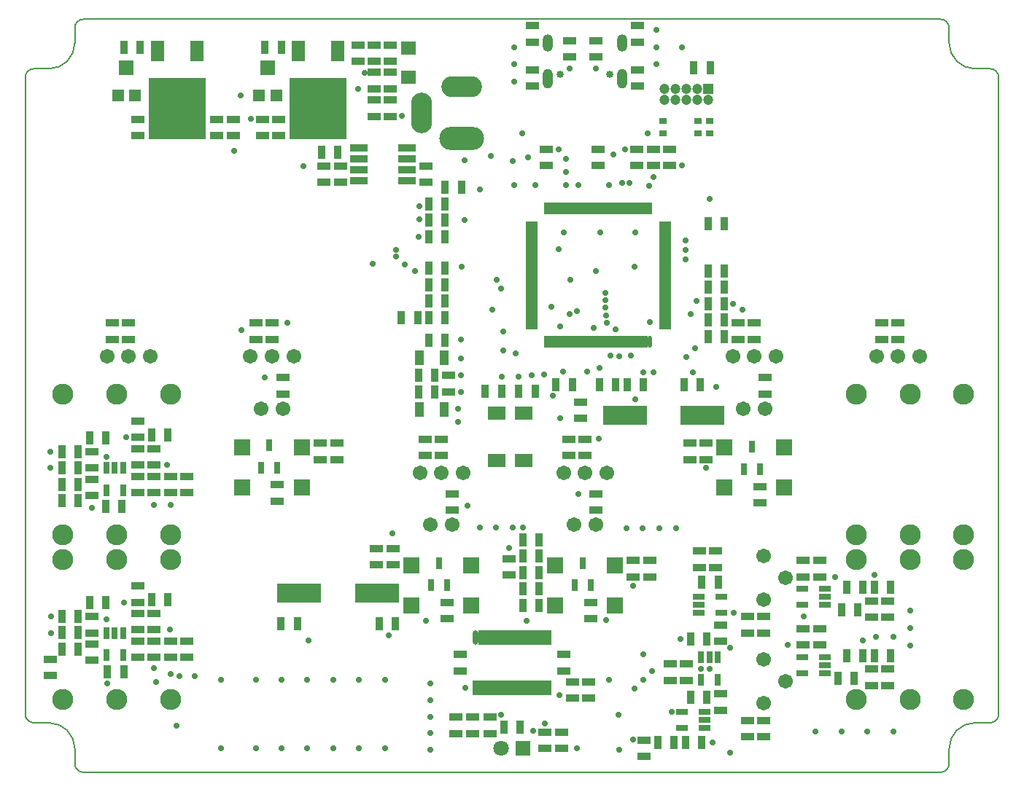
<source format=gbs>
G04*
G04 #@! TF.GenerationSoftware,Altium Limited,Altium Designer,24.4.1 (13)*
G04*
G04 Layer_Color=16711935*
%FSAX44Y44*%
%MOMM*%
G71*
G04*
G04 #@! TF.SameCoordinates,A6799A11-F43C-4D9C-96F4-C4FD18313EF3*
G04*
G04*
G04 #@! TF.FilePolarity,Negative*
G04*
G01*
G75*
%ADD11C,0.2000*%
%ADD15C,0.1500*%
%ADD21C,1.2032*%
%ADD22R,1.5032X0.9032*%
%ADD23R,0.9032X1.5032*%
%ADD26O,2.4532X4.7032*%
%ADD27O,4.7032X2.4532*%
%ADD28O,5.2032X2.7032*%
%ADD29C,2.4532*%
%ADD30C,1.7032*%
%ADD31R,1.9282X1.9282*%
%ADD32C,1.8032*%
%ADD33R,1.8032X1.8032*%
%ADD34R,1.2032X1.2032*%
%ADD35O,1.2032X2.0032*%
%ADD36O,1.2032X2.3032*%
%ADD37C,0.8532*%
%ADD38C,0.7032*%
%ADD72R,2.1032X1.5032*%
%ADD73R,5.2032X2.2032*%
%ADD74R,0.6532X1.6782*%
%ADD75O,0.6532X1.6782*%
%ADD76R,0.8032X1.4032*%
%ADD77R,0.9032X0.8032*%
%ADD78R,1.4032X0.5032*%
%ADD79R,0.5032X1.4032*%
%ADD80O,0.5032X1.4032*%
%ADD81R,1.5032X2.3532*%
%ADD82R,6.7032X7.2032*%
%ADD83R,1.4032X1.4032*%
%ADD84R,1.8032X1.7032*%
%ADD85R,2.0032X0.9032*%
%ADD86R,1.1032X1.8032*%
%ADD87R,1.8032X1.6032*%
%ADD88R,1.4032X0.8032*%
D11*
X01760000Y00715000D02*
G03*
X01730000Y00685000I00000000J-00030000D01*
G01*
X00685000Y01475000D02*
G03*
X00715000Y01505000I00000000J00030000D01*
G01*
X01730009Y01522500D02*
G03*
X01720009Y01532500I-00010000J00000000D01*
G01*
X01777500Y00714990D02*
G03*
X01787500Y00724990I00000000J00010000D01*
G01*
Y01465010D02*
G03*
X01777500Y01475010I-00010000J00000000D01*
G01*
X00667500D02*
G03*
X00657500Y01465010I00000000J-00010000D01*
G01*
X00724990Y01532500D02*
G03*
X00714990Y01522500I00000000J-00010000D01*
G01*
X01720009Y00657500D02*
G03*
X01730009Y00667500I00000000J00010000D01*
G01*
X01730000Y01505000D02*
G03*
X01760000Y01475000I00030000J00000000D01*
G01*
X00714990Y00667500D02*
G03*
X00724990Y00657500I00010000J00000000D01*
G01*
X00715000Y00685000D02*
G03*
X00685000Y00715000I-00030000J00000000D01*
G01*
X00657500Y00724990D02*
G03*
X00667500Y00714990I00010000J00000000D01*
G01*
D15*
X01787500Y00724990D02*
X01787500Y01465009D01*
X00667490Y01475000D02*
X00685000D01*
X00657500Y00724990D02*
X00657500Y01465009D01*
X00724990Y00657500D02*
X01720009Y00657500D01*
X00724990Y01532500D02*
X01155000D01*
X01760000Y00715000D02*
X01777509D01*
X00715000Y01505000D02*
Y01522510D01*
X01730000Y01505000D02*
Y01522510D01*
X01155000Y01532500D02*
X01720009Y01532500D01*
X01760000Y01475000D02*
X01777509D01*
X01730000Y00667490D02*
Y00685000D01*
X00715000Y00667491D02*
Y00685000D01*
X00667490Y00715000D02*
X00685000D01*
D21*
X01399600Y01438650D02*
D03*
Y01451350D02*
D03*
X01450400Y01438650D02*
D03*
X01437700Y01451350D02*
D03*
Y01438650D02*
D03*
X01425000Y01451350D02*
D03*
Y01438650D02*
D03*
X01412300Y01451350D02*
D03*
Y01438650D02*
D03*
D22*
X01084250Y00898500D02*
D03*
Y00917500D02*
D03*
X01065250Y00917500D02*
D03*
Y00898500D02*
D03*
X01147550Y00835750D02*
D03*
Y00854750D02*
D03*
X00950250Y00972500D02*
D03*
Y00991500D02*
D03*
X01153500Y00962250D02*
D03*
Y00981250D02*
D03*
X01670500Y01179500D02*
D03*
Y01160500D02*
D03*
X01651500Y01179500D02*
D03*
Y01160500D02*
D03*
X01510800Y00970500D02*
D03*
Y00989500D02*
D03*
X01448000Y01040000D02*
D03*
Y01021000D02*
D03*
X01429000D02*
D03*
Y01040000D02*
D03*
X01363250Y00903500D02*
D03*
Y00884500D02*
D03*
X01382250D02*
D03*
Y00903500D02*
D03*
X01197240Y00702587D02*
D03*
Y00721587D02*
D03*
X01177128Y00702587D02*
D03*
Y00721587D02*
D03*
X01157016Y00702587D02*
D03*
Y00721587D02*
D03*
X01260750Y00685000D02*
D03*
Y00704000D02*
D03*
X01280000D02*
D03*
Y00685000D02*
D03*
X01282750Y00794500D02*
D03*
Y00775500D02*
D03*
X01292750Y00743500D02*
D03*
Y00762500D02*
D03*
X01311750Y00743500D02*
D03*
Y00762500D02*
D03*
X01314050Y00835750D02*
D03*
Y00854750D02*
D03*
X01219250Y00886500D02*
D03*
Y00905500D02*
D03*
X01319950Y00962200D02*
D03*
Y00981200D02*
D03*
X01307250Y01044750D02*
D03*
Y01025750D02*
D03*
X01288250Y01044750D02*
D03*
Y01025750D02*
D03*
X01302500Y01068500D02*
D03*
Y01087500D02*
D03*
X01485000Y01179500D02*
D03*
Y01160500D02*
D03*
X01516700Y01096950D02*
D03*
Y01115950D02*
D03*
X01504000Y01179500D02*
D03*
Y01160500D02*
D03*
X01246500Y01525000D02*
D03*
Y01506000D02*
D03*
Y01474000D02*
D03*
Y01455000D02*
D03*
X01319750Y01507750D02*
D03*
Y01488750D02*
D03*
X01289750Y01507750D02*
D03*
Y01488750D02*
D03*
X01368000Y01525000D02*
D03*
Y01506000D02*
D03*
Y01474000D02*
D03*
Y01455000D02*
D03*
X01367500Y01381500D02*
D03*
Y01362500D02*
D03*
X01386500Y01381500D02*
D03*
Y01362500D02*
D03*
X01405500Y01381500D02*
D03*
Y01362500D02*
D03*
X01322500Y01381500D02*
D03*
Y01362500D02*
D03*
X01262500Y01381500D02*
D03*
Y01362500D02*
D03*
X01062500Y01451750D02*
D03*
Y01470750D02*
D03*
X01043500Y01502750D02*
D03*
Y01483750D02*
D03*
X01062500Y01502750D02*
D03*
Y01483750D02*
D03*
X01081500Y01438750D02*
D03*
Y01419750D02*
D03*
X01062500Y01438750D02*
D03*
Y01419750D02*
D03*
X00788000Y01397250D02*
D03*
Y01416250D02*
D03*
X00952000Y01397250D02*
D03*
Y01416250D02*
D03*
X00933000D02*
D03*
Y01397250D02*
D03*
X00898750Y01416250D02*
D03*
Y01397250D02*
D03*
X00879750Y01416250D02*
D03*
Y01397250D02*
D03*
X01004500Y01343250D02*
D03*
Y01362250D02*
D03*
X01023500D02*
D03*
Y01343250D02*
D03*
X01122500D02*
D03*
Y01362250D02*
D03*
X01149000Y01118500D02*
D03*
Y01099500D02*
D03*
X01121750Y01044750D02*
D03*
Y01025750D02*
D03*
X01140750Y01044750D02*
D03*
Y01025750D02*
D03*
X01000000Y01040000D02*
D03*
Y01021000D02*
D03*
X01019000D02*
D03*
Y01040000D02*
D03*
X00956700Y01096950D02*
D03*
Y01115950D02*
D03*
X00925000Y01179500D02*
D03*
Y01160500D02*
D03*
X00944000Y01179500D02*
D03*
Y01160500D02*
D03*
X00777500Y01179500D02*
D03*
Y01160500D02*
D03*
X00758500Y01179500D02*
D03*
Y01160500D02*
D03*
X00788000Y01046500D02*
D03*
Y01065500D02*
D03*
X00807000Y01033500D02*
D03*
Y01014500D02*
D03*
X00788000Y01033500D02*
D03*
Y01014500D02*
D03*
X00735000Y01030000D02*
D03*
Y01011000D02*
D03*
Y00998000D02*
D03*
Y00979000D02*
D03*
X00788000Y01001500D02*
D03*
Y00982500D02*
D03*
X00807000D02*
D03*
Y01001500D02*
D03*
X00826000D02*
D03*
Y00982500D02*
D03*
X00845000Y01001500D02*
D03*
Y00982500D02*
D03*
X00788000Y00842000D02*
D03*
Y00823000D02*
D03*
Y00810000D02*
D03*
Y00791000D02*
D03*
X00807000D02*
D03*
Y00810000D02*
D03*
Y00842000D02*
D03*
Y00823000D02*
D03*
X00788000Y00855000D02*
D03*
Y00874000D02*
D03*
X00735000Y00838500D02*
D03*
Y00819500D02*
D03*
Y00806500D02*
D03*
Y00787500D02*
D03*
X00686250Y00770000D02*
D03*
Y00789000D02*
D03*
X00826000Y00810000D02*
D03*
Y00791000D02*
D03*
X00845000Y00810000D02*
D03*
Y00791000D02*
D03*
X01495750Y00819450D02*
D03*
Y00838450D02*
D03*
X01406250Y00764500D02*
D03*
Y00783500D02*
D03*
X01425250Y00764500D02*
D03*
Y00783500D02*
D03*
X01495750Y00698850D02*
D03*
Y00717850D02*
D03*
X01560500Y00824250D02*
D03*
Y00805250D02*
D03*
X01579500Y00824250D02*
D03*
Y00805250D02*
D03*
Y00903750D02*
D03*
Y00884750D02*
D03*
X01560500Y00903750D02*
D03*
Y00884750D02*
D03*
X01659000Y00837750D02*
D03*
Y00856750D02*
D03*
X01640000Y00837750D02*
D03*
Y00856750D02*
D03*
X01659000Y00758250D02*
D03*
Y00777250D02*
D03*
X01640000Y00758250D02*
D03*
Y00777250D02*
D03*
X01081500Y01502750D02*
D03*
Y01483750D02*
D03*
Y01451750D02*
D03*
Y01470750D02*
D03*
X01439750Y00895500D02*
D03*
Y00914500D02*
D03*
X01458750Y00895500D02*
D03*
Y00914500D02*
D03*
X01514750Y00838450D02*
D03*
Y00819450D02*
D03*
X01464750Y00809450D02*
D03*
Y00828450D02*
D03*
Y00748750D02*
D03*
Y00729750D02*
D03*
X01514850Y00717850D02*
D03*
Y00698850D02*
D03*
X01375750Y00694750D02*
D03*
Y00675750D02*
D03*
X01162250Y00794500D02*
D03*
Y00775500D02*
D03*
D23*
X01068250Y00830500D02*
D03*
X01087250D02*
D03*
X00973250D02*
D03*
X00954250D02*
D03*
X01232250Y00709750D02*
D03*
X01213250D02*
D03*
X01235250Y00927500D02*
D03*
X01254250D02*
D03*
X01235250Y00908500D02*
D03*
X01254250D02*
D03*
X01235250Y00889500D02*
D03*
X01254250D02*
D03*
X01254250Y00870500D02*
D03*
X01235250D02*
D03*
X01254250Y00851500D02*
D03*
X01235250D02*
D03*
X01230500Y01100000D02*
D03*
X01249500D02*
D03*
X01210500D02*
D03*
X01191500D02*
D03*
X01273500Y01108000D02*
D03*
X01292500D02*
D03*
X01343000D02*
D03*
X01324000D02*
D03*
X01375000D02*
D03*
X01356000D02*
D03*
X01422000D02*
D03*
X01441000D02*
D03*
X01469000Y01202000D02*
D03*
X01450000D02*
D03*
X01469000Y01183000D02*
D03*
X01450000D02*
D03*
X01469000Y01164000D02*
D03*
X01450000D02*
D03*
X01469000Y01221000D02*
D03*
X01450000D02*
D03*
X01469000Y01240000D02*
D03*
X01450000D02*
D03*
X01433750Y01475750D02*
D03*
X01452750D02*
D03*
X00935750Y01499750D02*
D03*
X00954750D02*
D03*
X00772000D02*
D03*
X00791000D02*
D03*
X01020500Y01378250D02*
D03*
X01001500D02*
D03*
X01164000Y01337000D02*
D03*
X01145000D02*
D03*
X01126000Y01318000D02*
D03*
X01145000D02*
D03*
X01126000Y01299000D02*
D03*
X01145000D02*
D03*
X01126000Y01280000D02*
D03*
X01145000D02*
D03*
X01126000Y01159750D02*
D03*
X01145000D02*
D03*
X01126000Y01243000D02*
D03*
X01145000D02*
D03*
X01126000Y01224000D02*
D03*
X01145000D02*
D03*
X01126000Y01205000D02*
D03*
X01145000D02*
D03*
X01126000Y01186000D02*
D03*
X01145000D02*
D03*
X01094000Y01186000D02*
D03*
X01113000D02*
D03*
X01133000Y01118750D02*
D03*
X01114000D02*
D03*
Y01099750D02*
D03*
X01133000D02*
D03*
X00823000Y01049500D02*
D03*
X00804000D02*
D03*
X00732000Y01046000D02*
D03*
X00751000D02*
D03*
X00700000Y01030250D02*
D03*
X00719000D02*
D03*
Y01011250D02*
D03*
X00700000D02*
D03*
Y00992250D02*
D03*
X00719000D02*
D03*
Y00973250D02*
D03*
X00700000D02*
D03*
X00770000Y00966500D02*
D03*
X00751000D02*
D03*
X00823000Y00858000D02*
D03*
X00804000D02*
D03*
X00732000Y00854500D02*
D03*
X00751000D02*
D03*
X00700000Y00838750D02*
D03*
X00719000D02*
D03*
Y00819750D02*
D03*
X00700000D02*
D03*
Y00800750D02*
D03*
X00719000D02*
D03*
X00772000Y00774000D02*
D03*
X00753000D02*
D03*
X01442750Y00878500D02*
D03*
X01461750D02*
D03*
X01448750Y00812500D02*
D03*
X01429750D02*
D03*
X01448750Y00744750D02*
D03*
X01429750D02*
D03*
X01442750Y00691750D02*
D03*
X01423750D02*
D03*
X01630000Y00872750D02*
D03*
X01611000D02*
D03*
X01662000D02*
D03*
X01643000D02*
D03*
X01624000Y00846250D02*
D03*
X01605000D02*
D03*
X01643000Y00793250D02*
D03*
X01662000D02*
D03*
X01630000D02*
D03*
X01611000D02*
D03*
X01410750Y00691750D02*
D03*
X01391750D02*
D03*
X01620000Y00766750D02*
D03*
X01601000D02*
D03*
X01469000Y01295000D02*
D03*
X01450000D02*
D03*
D26*
X01117250Y01424000D02*
D03*
D27*
X01164250Y01454000D02*
D03*
D28*
Y01394000D02*
D03*
D29*
X01747000Y01096500D02*
D03*
X01684500D02*
D03*
X01622000D02*
D03*
Y00933500D02*
D03*
X01684500D02*
D03*
X01747000D02*
D03*
Y00742000D02*
D03*
X01684500D02*
D03*
X01622000D02*
D03*
Y00905000D02*
D03*
X01684500D02*
D03*
X01747000D02*
D03*
X00701000Y00933500D02*
D03*
X00763500D02*
D03*
X00826000D02*
D03*
Y01096500D02*
D03*
X00763500D02*
D03*
X00701000D02*
D03*
Y00905000D02*
D03*
X00763500D02*
D03*
X00826000D02*
D03*
Y00742000D02*
D03*
X00763500D02*
D03*
X00701000D02*
D03*
D30*
X00931300Y01079750D02*
D03*
X00956700D02*
D03*
X01540150Y00883850D02*
D03*
X01514750Y00909250D02*
D03*
Y00858450D02*
D03*
X01540250Y00763250D02*
D03*
X01514850Y00788650D02*
D03*
Y00737850D02*
D03*
X01307250Y01005750D02*
D03*
X01332250D02*
D03*
X01282250D02*
D03*
X01140750D02*
D03*
X01165750D02*
D03*
X01115750D02*
D03*
X01128050Y00945000D02*
D03*
X01153450D02*
D03*
X01670500Y01140500D02*
D03*
X01695500D02*
D03*
X01645500D02*
D03*
X01504000D02*
D03*
X01529000D02*
D03*
X01479000D02*
D03*
X00944000Y01140500D02*
D03*
X00969000D02*
D03*
X00919000D02*
D03*
X00777500Y01140500D02*
D03*
X00802500D02*
D03*
X00752500D02*
D03*
X01491300Y01079750D02*
D03*
X01516700D02*
D03*
X01294550Y00945000D02*
D03*
X01319950D02*
D03*
D31*
X00909343Y01034798D02*
D03*
X00978657D02*
D03*
Y00988202D02*
D03*
X00909343D02*
D03*
X01469343Y01034798D02*
D03*
X01538657D02*
D03*
Y00988202D02*
D03*
X01469343D02*
D03*
X01272593Y00898298D02*
D03*
X01341907D02*
D03*
Y00851702D02*
D03*
X01272593D02*
D03*
X01106093Y00898298D02*
D03*
X01175407D02*
D03*
Y00851702D02*
D03*
X01106093D02*
D03*
D32*
X01209800Y00685000D02*
D03*
D33*
X01235200D02*
D03*
D34*
X01450400Y01451350D02*
D03*
D35*
X01264050Y01505000D02*
D03*
X01350450D02*
D03*
D36*
X01264050Y01463200D02*
D03*
X01350450D02*
D03*
D37*
X01278350Y01468200D02*
D03*
X01336150D02*
D03*
D38*
X00826000Y00772000D02*
D03*
X01205000Y01230000D02*
D03*
X00687750Y00838500D02*
D03*
X00772500Y00855000D02*
D03*
X01051150Y01470558D02*
D03*
X01167500Y01299000D02*
D03*
X01475750Y00680000D02*
D03*
X01476000Y00802000D02*
D03*
X01277754Y00747246D02*
D03*
X00986370Y00811030D02*
D03*
X01079343Y00816816D02*
D03*
X01365500Y01091250D02*
D03*
X01259750Y01120000D02*
D03*
X01270000Y01095000D02*
D03*
X01245540Y01119003D02*
D03*
X01375000Y01122250D02*
D03*
X01336791Y01141578D02*
D03*
X01324250Y01127000D02*
D03*
X01347250Y01140500D02*
D03*
X01360911Y01142136D02*
D03*
X01309642Y01123404D02*
D03*
X01110000Y01240000D02*
D03*
X01115000Y01300000D02*
D03*
Y01315000D02*
D03*
X01185000Y01335000D02*
D03*
X01420000Y01500000D02*
D03*
X01390000Y01480000D02*
D03*
Y01500000D02*
D03*
Y01520000D02*
D03*
X01225000Y01500000D02*
D03*
Y01480000D02*
D03*
Y01460000D02*
D03*
X01167237Y01368913D02*
D03*
X01198178Y01374068D02*
D03*
X01223110Y01367442D02*
D03*
X01225000Y01340000D02*
D03*
X01250000D02*
D03*
X01300000D02*
D03*
X01285000D02*
D03*
Y01355000D02*
D03*
Y01370000D02*
D03*
X01340000Y01375000D02*
D03*
X01335000Y01340000D02*
D03*
X01381730Y01338853D02*
D03*
X01365740Y01285161D02*
D03*
X01282915Y01284436D02*
D03*
X01325125Y01284726D02*
D03*
X01365000Y01245000D02*
D03*
X01320000Y01240000D02*
D03*
X01290000Y01230000D02*
D03*
X01210000Y01220000D02*
D03*
X01200000Y01195000D02*
D03*
X01212184Y01169249D02*
D03*
X01212601Y01147852D02*
D03*
X01281812Y01122958D02*
D03*
X01160000Y01065000D02*
D03*
Y01080000D02*
D03*
X01460000Y01105000D02*
D03*
X01435000Y01150000D02*
D03*
X01430000Y01190000D02*
D03*
X01490000Y01195000D02*
D03*
X00885000Y00685000D02*
D03*
Y00765000D02*
D03*
X00809371Y00762482D02*
D03*
X00836083Y00768897D02*
D03*
X00854592Y00768792D02*
D03*
X00832958Y00711728D02*
D03*
X00925000Y00685000D02*
D03*
Y00765000D02*
D03*
X00955000Y00685000D02*
D03*
Y00765000D02*
D03*
X00985000Y00685000D02*
D03*
Y00765000D02*
D03*
X01015000Y00685000D02*
D03*
Y00765000D02*
D03*
X01045000Y00685000D02*
D03*
Y00765000D02*
D03*
X01075000Y00685000D02*
D03*
Y00765000D02*
D03*
X01375000Y00795000D02*
D03*
X01335000Y00765000D02*
D03*
X01365000Y00755000D02*
D03*
X01375000Y00765000D02*
D03*
X01385000Y00775000D02*
D03*
X01575000Y00705000D02*
D03*
X01605000D02*
D03*
X01635000D02*
D03*
X01665000D02*
D03*
X01645000Y00815000D02*
D03*
X01665000D02*
D03*
X01685000Y00805000D02*
D03*
Y00825000D02*
D03*
Y00845000D02*
D03*
X00980250Y01362250D02*
D03*
X01332500Y01180000D02*
D03*
X01317521Y01173820D02*
D03*
X01382500Y01180500D02*
D03*
X01342500Y01172250D02*
D03*
X01239500Y00833250D02*
D03*
X01432250Y01122250D02*
D03*
X01170500Y00967500D02*
D03*
X01424500Y01140000D02*
D03*
X01226500Y01144000D02*
D03*
X01230500Y01116750D02*
D03*
X01210500D02*
D03*
X01163250Y01099750D02*
D03*
Y01118500D02*
D03*
X00908500Y01171750D02*
D03*
X01163500Y01138500D02*
D03*
X01323233Y01044782D02*
D03*
X01289250Y01190000D02*
D03*
X01278500Y01175500D02*
D03*
X01268500Y01198500D02*
D03*
X01423847Y01253882D02*
D03*
X01423850Y01275768D02*
D03*
X01088000Y01264500D02*
D03*
X01098091Y01247960D02*
D03*
X01061250Y01248000D02*
D03*
X01277000Y01265000D02*
D03*
X01423850Y01264825D02*
D03*
X01122500Y00833750D02*
D03*
X01084000Y00934750D02*
D03*
X01164500Y01245000D02*
D03*
X01332000Y00834750D02*
D03*
X01088000Y01256960D02*
D03*
X01260750Y00714000D02*
D03*
X00825250Y00823000D02*
D03*
X01331500Y01188500D02*
D03*
X01413000Y00941000D02*
D03*
X01331000Y01206000D02*
D03*
X01331250Y01197250D02*
D03*
X01331000Y01214750D02*
D03*
X01386500Y01122250D02*
D03*
X01452250Y01324000D02*
D03*
X01386500Y01349000D02*
D03*
X00961750Y01179500D02*
D03*
X01163500Y01160522D02*
D03*
X01436750Y01205000D02*
D03*
X01354000Y01381500D02*
D03*
X01289750Y01475500D02*
D03*
X01319750D02*
D03*
X01355250Y00941000D02*
D03*
X01374500D02*
D03*
X01393750D02*
D03*
X01418500Y00812500D02*
D03*
X00908000Y01444000D02*
D03*
X00919500Y01416500D02*
D03*
X01044000Y01451750D02*
D03*
X00752750Y00760750D02*
D03*
X01168250Y00755500D02*
D03*
X01298000Y00685000D02*
D03*
X01210250Y00724250D02*
D03*
X01347000Y00684000D02*
D03*
X01346500Y00724500D02*
D03*
X01408100Y00727750D02*
D03*
X01643000Y00886500D02*
D03*
X01630000Y00810500D02*
D03*
X01561500Y00838750D02*
D03*
X01451750Y00777250D02*
D03*
X01247500Y00705500D02*
D03*
X01455500Y00691750D02*
D03*
X01362750Y00695500D02*
D03*
X01128000Y00760500D02*
D03*
Y00741250D02*
D03*
Y00722000D02*
D03*
Y00702750D02*
D03*
Y00683500D02*
D03*
X00775000Y01046500D02*
D03*
X00687750Y00819500D02*
D03*
X00687000Y01030250D02*
D03*
X00752000Y00835250D02*
D03*
X00826000Y00968500D02*
D03*
X00821841Y01014663D02*
D03*
X00807000Y00968500D02*
D03*
X00687000Y01011250D02*
D03*
X00752000Y01024000D02*
D03*
X01299200Y00981200D02*
D03*
X01448000Y01011000D02*
D03*
X01276750Y01381500D02*
D03*
X01240766Y01372000D02*
D03*
X01114500Y01280000D02*
D03*
X01278840Y01068489D02*
D03*
X01297750Y01193750D02*
D03*
X01185000Y00942000D02*
D03*
X01204250D02*
D03*
X01223500Y00942250D02*
D03*
X01235250D02*
D03*
X01219250Y00918250D02*
D03*
X01095000Y01420000D02*
D03*
X01234500Y01400000D02*
D03*
X01380000D02*
D03*
X00900000Y01380000D02*
D03*
X00935950Y01115950D02*
D03*
X00735000Y00965000D02*
D03*
X01442250Y00777250D02*
D03*
X00807000Y00778250D02*
D03*
X01597250Y00884750D02*
D03*
X01542250Y00805250D02*
D03*
X01480000Y00842500D02*
D03*
X01420000Y01362500D02*
D03*
X01479000Y01202000D02*
D03*
X01363250Y00874500D02*
D03*
X01359198Y01342611D02*
D03*
X01350802D02*
D03*
D72*
X01236500Y01074500D02*
D03*
Y01019500D02*
D03*
X01204500D02*
D03*
Y01074500D02*
D03*
D73*
X00975750Y00866000D02*
D03*
X01065750D02*
D03*
X01353500Y01072500D02*
D03*
X01443500D02*
D03*
D74*
X01199750Y00755620D02*
D03*
X01193250D02*
D03*
X01186750D02*
D03*
X01180250D02*
D03*
X01264750D02*
D03*
X01258250D02*
D03*
X01251750D02*
D03*
X01245250D02*
D03*
X01238750D02*
D03*
X01232250D02*
D03*
X01225750D02*
D03*
X01219250D02*
D03*
X01212750D02*
D03*
X01206250D02*
D03*
X01264750Y00814380D02*
D03*
X01258250D02*
D03*
X01251750D02*
D03*
X01245250D02*
D03*
X01238750D02*
D03*
X01232250D02*
D03*
X01225750D02*
D03*
X01219250D02*
D03*
X01212750D02*
D03*
X01206250D02*
D03*
X01199750D02*
D03*
X01193250D02*
D03*
X01186750D02*
D03*
D75*
X01180250D02*
D03*
D76*
X01491800Y01009500D02*
D03*
X01510800D02*
D03*
X01501300Y01035500D02*
D03*
X01295050Y00874750D02*
D03*
X01314050D02*
D03*
X01304550Y00900750D02*
D03*
X00752000Y01011000D02*
D03*
X00771000D02*
D03*
Y00985000D02*
D03*
X00752000D02*
D03*
X00761500Y01011000D02*
D03*
X00752000Y00819500D02*
D03*
X00771000D02*
D03*
Y00793500D02*
D03*
X00752000D02*
D03*
X00761500Y00819500D02*
D03*
X01442250Y00791100D02*
D03*
X01461250D02*
D03*
Y00765100D02*
D03*
X01442250D02*
D03*
X01451750Y00791100D02*
D03*
X00931250Y01011500D02*
D03*
X00950250D02*
D03*
X00940750Y01037500D02*
D03*
X01128550Y00874750D02*
D03*
X01147550D02*
D03*
X01138050Y00900750D02*
D03*
D77*
X01397750Y01400250D02*
D03*
Y01414250D02*
D03*
X01438250Y01400250D02*
D03*
Y01414250D02*
D03*
X01452250Y01400250D02*
D03*
Y01414250D02*
D03*
D78*
X01400000Y01175000D02*
D03*
Y01180000D02*
D03*
Y01185000D02*
D03*
Y01190000D02*
D03*
Y01195000D02*
D03*
Y01200000D02*
D03*
Y01205000D02*
D03*
Y01210000D02*
D03*
Y01215000D02*
D03*
Y01220000D02*
D03*
Y01225000D02*
D03*
Y01230000D02*
D03*
Y01235000D02*
D03*
Y01240000D02*
D03*
Y01245000D02*
D03*
Y01250000D02*
D03*
Y01255000D02*
D03*
Y01260000D02*
D03*
Y01265000D02*
D03*
Y01270000D02*
D03*
Y01275000D02*
D03*
Y01280000D02*
D03*
Y01285000D02*
D03*
Y01290000D02*
D03*
Y01295000D02*
D03*
X01245000D02*
D03*
Y01290000D02*
D03*
Y01285000D02*
D03*
Y01280000D02*
D03*
Y01275000D02*
D03*
Y01270000D02*
D03*
Y01265000D02*
D03*
Y01260000D02*
D03*
Y01255000D02*
D03*
Y01250000D02*
D03*
Y01245000D02*
D03*
Y01240000D02*
D03*
Y01235000D02*
D03*
Y01230000D02*
D03*
Y01225000D02*
D03*
Y01220000D02*
D03*
Y01215000D02*
D03*
Y01210000D02*
D03*
Y01205000D02*
D03*
Y01200000D02*
D03*
Y01195000D02*
D03*
Y01190000D02*
D03*
Y01185000D02*
D03*
Y01180000D02*
D03*
Y01175000D02*
D03*
D79*
X01382500Y01312500D02*
D03*
X01377500D02*
D03*
X01372500D02*
D03*
X01367500D02*
D03*
X01362500D02*
D03*
X01357500D02*
D03*
X01352500D02*
D03*
X01347500D02*
D03*
X01342500D02*
D03*
X01337500D02*
D03*
X01332500D02*
D03*
X01327500D02*
D03*
X01322500D02*
D03*
X01317500D02*
D03*
X01312500D02*
D03*
X01307500D02*
D03*
X01302500D02*
D03*
X01297500D02*
D03*
X01292500D02*
D03*
X01287500D02*
D03*
X01282500D02*
D03*
X01277500D02*
D03*
X01272500D02*
D03*
X01267500D02*
D03*
X01262500D02*
D03*
Y01157500D02*
D03*
X01267500D02*
D03*
X01272500D02*
D03*
X01277500D02*
D03*
X01282500D02*
D03*
X01287500D02*
D03*
X01292500D02*
D03*
X01297500D02*
D03*
X01302500D02*
D03*
X01307500D02*
D03*
X01312500D02*
D03*
X01317500D02*
D03*
X01322500D02*
D03*
X01327500D02*
D03*
X01332500D02*
D03*
X01337500D02*
D03*
X01342500D02*
D03*
X01347500D02*
D03*
X01352500D02*
D03*
X01357500D02*
D03*
X01362500D02*
D03*
X01367500D02*
D03*
X01372500D02*
D03*
X01377500D02*
D03*
D80*
X01382500D02*
D03*
D81*
X00974800Y01495500D02*
D03*
X01020500D02*
D03*
X00811000D02*
D03*
X00856700D02*
D03*
D82*
X00997650Y01428850D02*
D03*
X00833850D02*
D03*
D83*
X00928750Y01443750D02*
D03*
X00948750D02*
D03*
X00765000D02*
D03*
X00785000D02*
D03*
D84*
X00938750Y01476250D02*
D03*
X00775000D02*
D03*
D85*
X01045000Y01344700D02*
D03*
X01101000D02*
D03*
X01045000Y01357400D02*
D03*
X01101000D02*
D03*
X01045000Y01382800D02*
D03*
X01101000D02*
D03*
X01045000Y01370100D02*
D03*
X01101000D02*
D03*
D86*
X01115000Y01139250D02*
D03*
X01144000D02*
D03*
X01115000Y01079250D02*
D03*
X01144000D02*
D03*
D87*
X01102000Y01465250D02*
D03*
Y01499250D02*
D03*
D88*
X01439250Y00842500D02*
D03*
Y00861500D02*
D03*
X01465250D02*
D03*
Y00842500D02*
D03*
X01439250Y00852000D02*
D03*
X01585500Y00870750D02*
D03*
Y00851750D02*
D03*
X01559500D02*
D03*
Y00870750D02*
D03*
X01585500Y00861250D02*
D03*
Y00791250D02*
D03*
Y00772250D02*
D03*
X01559500D02*
D03*
Y00791250D02*
D03*
X01585500Y00781750D02*
D03*
X01446250Y00727750D02*
D03*
Y00708750D02*
D03*
X01420250D02*
D03*
Y00727750D02*
D03*
X01446250Y00718250D02*
D03*
M02*

</source>
